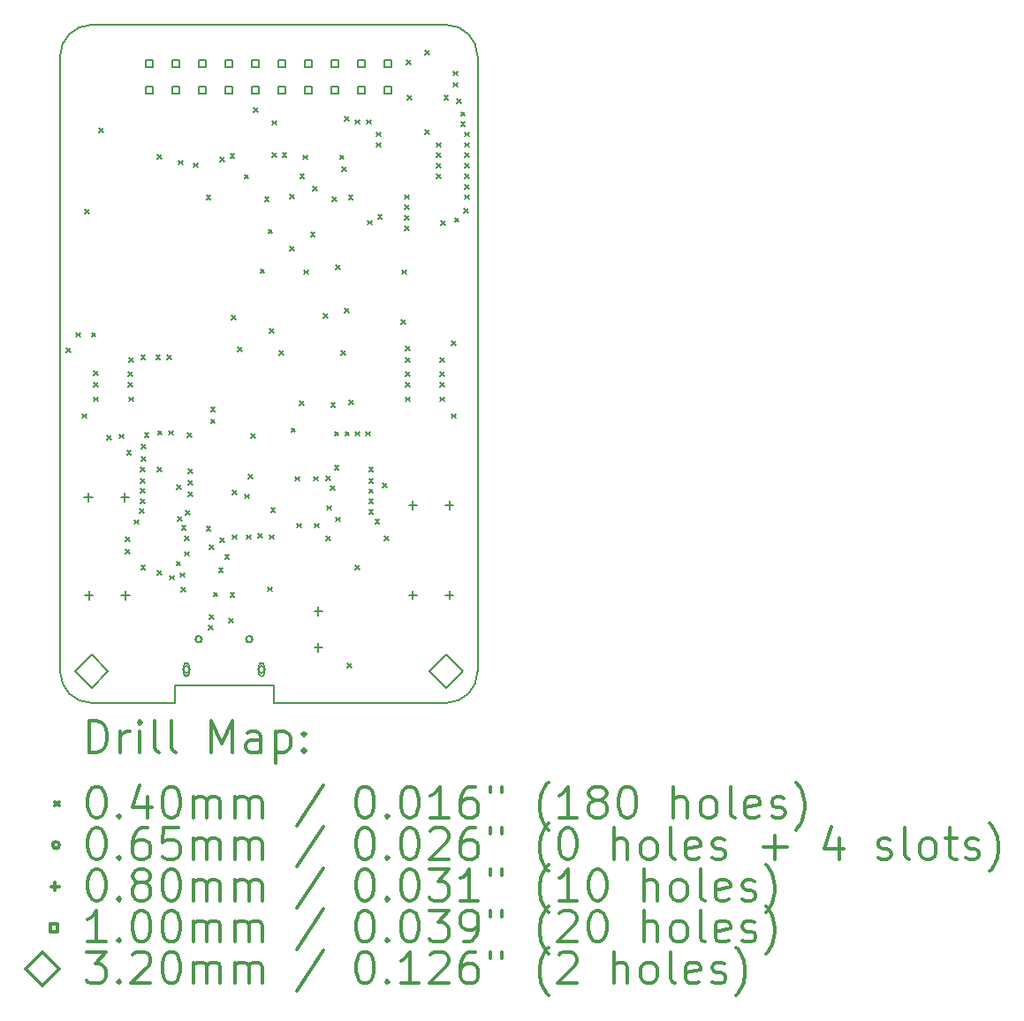
<source format=gbr>
%FSLAX45Y45*%
G04 Gerber Fmt 4.5, Leading zero omitted, Abs format (unit mm)*
G04 Created by KiCad (PCBNEW (5.1.4-dirty)) date 2020-05-21 00:04:10*
%MOMM*%
%LPD*%
G04 APERTURE LIST*
%ADD10C,0.150000*%
%ADD11C,0.200000*%
%ADD12C,0.300000*%
G04 APERTURE END LIST*
D10*
X2050000Y-6500000D02*
X3700000Y-6500000D01*
X2050000Y-6330000D02*
X2050000Y-6500000D01*
X1100000Y-6330000D02*
X2050000Y-6330000D01*
X1100000Y-6500000D02*
X1100000Y-6330000D01*
X300000Y-6500000D02*
G75*
G02X0Y-6200000I0J300000D01*
G01*
X4000000Y-6200000D02*
G75*
G02X3700000Y-6500000I-300000J0D01*
G01*
X3700000Y0D02*
G75*
G02X4000000Y-300000I0J-300000D01*
G01*
X0Y-300000D02*
G75*
G02X300000Y0I300000J0D01*
G01*
X0Y-6200000D02*
X0Y-300000D01*
X1100000Y-6500000D02*
X300000Y-6500000D01*
X4000000Y-300000D02*
X4000000Y-6200000D01*
X300000Y0D02*
X3700000Y0D01*
D11*
X60000Y-3100000D02*
X100000Y-3140000D01*
X100000Y-3100000D02*
X60000Y-3140000D01*
X150000Y-2950000D02*
X190000Y-2990000D01*
X190000Y-2950000D02*
X150000Y-2990000D01*
X210000Y-3730000D02*
X250000Y-3770000D01*
X250000Y-3730000D02*
X210000Y-3770000D01*
X240000Y-1770000D02*
X280000Y-1810000D01*
X280000Y-1770000D02*
X240000Y-1810000D01*
X300000Y-2950000D02*
X340000Y-2990000D01*
X340000Y-2950000D02*
X300000Y-2990000D01*
X320000Y-3320000D02*
X360000Y-3360000D01*
X360000Y-3320000D02*
X320000Y-3360000D01*
X320000Y-3430000D02*
X360000Y-3470000D01*
X360000Y-3430000D02*
X320000Y-3470000D01*
X320000Y-3570000D02*
X360000Y-3610000D01*
X360000Y-3570000D02*
X320000Y-3610000D01*
X375000Y-990000D02*
X415000Y-1030000D01*
X415000Y-990000D02*
X375000Y-1030000D01*
X450000Y-3940000D02*
X490000Y-3980000D01*
X490000Y-3940000D02*
X450000Y-3980000D01*
X565000Y-3925000D02*
X605000Y-3965000D01*
X605000Y-3925000D02*
X565000Y-3965000D01*
X630000Y-4910000D02*
X670000Y-4950000D01*
X670000Y-4910000D02*
X630000Y-4950000D01*
X630000Y-5030000D02*
X670000Y-5070000D01*
X670000Y-5030000D02*
X630000Y-5070000D01*
X640000Y-4080000D02*
X680000Y-4120000D01*
X680000Y-4080000D02*
X640000Y-4120000D01*
X650000Y-3330000D02*
X690000Y-3370000D01*
X690000Y-3330000D02*
X650000Y-3370000D01*
X650000Y-3430000D02*
X690000Y-3470000D01*
X690000Y-3430000D02*
X650000Y-3470000D01*
X660000Y-3190000D02*
X700000Y-3230000D01*
X700000Y-3190000D02*
X660000Y-3230000D01*
X660000Y-3570000D02*
X700000Y-3610000D01*
X700000Y-3570000D02*
X660000Y-3610000D01*
X710000Y-4745000D02*
X750000Y-4785000D01*
X750000Y-4745000D02*
X710000Y-4785000D01*
X765000Y-4640000D02*
X805000Y-4680000D01*
X805000Y-4640000D02*
X765000Y-4680000D01*
X770000Y-4240000D02*
X810000Y-4280000D01*
X810000Y-4240000D02*
X770000Y-4280000D01*
X770000Y-4350000D02*
X810000Y-4390000D01*
X810000Y-4350000D02*
X770000Y-4390000D01*
X770000Y-4445000D02*
X810000Y-4485000D01*
X810000Y-4445000D02*
X770000Y-4485000D01*
X770000Y-4545000D02*
X810000Y-4585000D01*
X810000Y-4545000D02*
X770000Y-4585000D01*
X775000Y-3165000D02*
X815000Y-3205000D01*
X815000Y-3165000D02*
X775000Y-3205000D01*
X775000Y-5185000D02*
X815000Y-5225000D01*
X815000Y-5185000D02*
X775000Y-5225000D01*
X780000Y-4020000D02*
X820000Y-4060000D01*
X820000Y-4020000D02*
X780000Y-4060000D01*
X780000Y-4142500D02*
X820000Y-4182500D01*
X820000Y-4142500D02*
X780000Y-4182500D01*
X810000Y-3910000D02*
X850000Y-3950000D01*
X850000Y-3910000D02*
X810000Y-3950000D01*
X920000Y-3165000D02*
X960000Y-3205000D01*
X960000Y-3165000D02*
X920000Y-3205000D01*
X930000Y-1245000D02*
X970000Y-1285000D01*
X970000Y-1245000D02*
X930000Y-1285000D01*
X930000Y-4240000D02*
X970000Y-4280000D01*
X970000Y-4240000D02*
X930000Y-4280000D01*
X930000Y-5235000D02*
X970000Y-5275000D01*
X970000Y-5235000D02*
X930000Y-5275000D01*
X935000Y-3890000D02*
X975000Y-3930000D01*
X975000Y-3890000D02*
X935000Y-3930000D01*
X1026782Y-3169314D02*
X1066782Y-3209314D01*
X1066782Y-3169314D02*
X1026782Y-3209314D01*
X1040000Y-3890000D02*
X1080000Y-3930000D01*
X1080000Y-3890000D02*
X1040000Y-3930000D01*
X1050000Y-5280000D02*
X1090000Y-5320000D01*
X1090000Y-5280000D02*
X1050000Y-5320000D01*
X1115000Y-5145000D02*
X1155000Y-5185000D01*
X1155000Y-5145000D02*
X1115000Y-5185000D01*
X1120000Y-4410000D02*
X1160000Y-4450000D01*
X1160000Y-4410000D02*
X1120000Y-4450000D01*
X1125000Y-4715000D02*
X1165000Y-4755000D01*
X1165000Y-4715000D02*
X1125000Y-4755000D01*
X1132501Y-1300154D02*
X1172501Y-1340154D01*
X1172501Y-1300154D02*
X1132501Y-1340154D01*
X1155000Y-5255000D02*
X1195000Y-5295000D01*
X1195000Y-5255000D02*
X1155000Y-5295000D01*
X1158766Y-5393766D02*
X1198766Y-5433766D01*
X1198766Y-5393766D02*
X1158766Y-5433766D01*
X1165000Y-4800000D02*
X1205000Y-4840000D01*
X1205000Y-4800000D02*
X1165000Y-4840000D01*
X1195000Y-4905000D02*
X1235000Y-4945000D01*
X1235000Y-4905000D02*
X1195000Y-4945000D01*
X1195000Y-5050000D02*
X1235000Y-5090000D01*
X1235000Y-5050000D02*
X1195000Y-5090000D01*
X1205000Y-4660000D02*
X1245000Y-4700000D01*
X1245000Y-4660000D02*
X1205000Y-4700000D01*
X1217613Y-3910001D02*
X1257613Y-3950001D01*
X1257613Y-3910001D02*
X1217613Y-3950001D01*
X1230000Y-4260000D02*
X1270000Y-4300000D01*
X1270000Y-4260000D02*
X1230000Y-4300000D01*
X1230000Y-4370000D02*
X1270000Y-4410000D01*
X1270000Y-4370000D02*
X1230000Y-4410000D01*
X1230000Y-4480000D02*
X1270000Y-4520000D01*
X1270000Y-4480000D02*
X1230000Y-4520000D01*
X1277502Y-1325000D02*
X1317502Y-1365000D01*
X1317502Y-1325000D02*
X1277502Y-1365000D01*
X1402501Y-1635000D02*
X1442501Y-1675000D01*
X1442501Y-1635000D02*
X1402501Y-1675000D01*
X1402501Y-4809644D02*
X1442501Y-4849644D01*
X1442501Y-4809644D02*
X1402501Y-4849644D01*
X1419999Y-5755011D02*
X1459999Y-5795011D01*
X1459999Y-5755011D02*
X1419999Y-5795011D01*
X1430000Y-4990000D02*
X1470000Y-5030000D01*
X1470000Y-4990000D02*
X1430000Y-5030000D01*
X1434044Y-5655991D02*
X1474044Y-5695991D01*
X1474044Y-5655991D02*
X1434044Y-5695991D01*
X1445000Y-3665000D02*
X1485000Y-3705000D01*
X1485000Y-3665000D02*
X1445000Y-3705000D01*
X1445000Y-3780000D02*
X1485000Y-3820000D01*
X1485000Y-3780000D02*
X1445000Y-3820000D01*
X1468763Y-5440000D02*
X1508763Y-5480000D01*
X1508763Y-5440000D02*
X1468763Y-5480000D01*
X1520000Y-5205000D02*
X1560000Y-5245000D01*
X1560000Y-5205000D02*
X1520000Y-5245000D01*
X1530000Y-1270000D02*
X1570000Y-1310000D01*
X1570000Y-1270000D02*
X1530000Y-1310000D01*
X1530000Y-4920000D02*
X1570000Y-4960000D01*
X1570000Y-4920000D02*
X1530000Y-4960000D01*
X1580000Y-5080000D02*
X1620000Y-5120000D01*
X1620000Y-5080000D02*
X1580000Y-5120000D01*
X1620000Y-5690000D02*
X1660000Y-5730000D01*
X1660000Y-5690000D02*
X1620000Y-5730000D01*
X1630000Y-1235000D02*
X1670000Y-1275000D01*
X1670000Y-1235000D02*
X1630000Y-1275000D01*
X1630003Y-5445000D02*
X1670003Y-5485000D01*
X1670003Y-5445000D02*
X1630003Y-5485000D01*
X1645000Y-2785000D02*
X1685000Y-2825000D01*
X1685000Y-2785000D02*
X1645000Y-2825000D01*
X1650000Y-4460000D02*
X1690000Y-4500000D01*
X1690000Y-4460000D02*
X1650000Y-4500000D01*
X1650000Y-4890000D02*
X1690000Y-4930000D01*
X1690000Y-4890000D02*
X1650000Y-4930000D01*
X1705000Y-3090000D02*
X1745000Y-3130000D01*
X1745000Y-3090000D02*
X1705000Y-3130000D01*
X1765000Y-1435000D02*
X1805000Y-1475000D01*
X1805000Y-1435000D02*
X1765000Y-1475000D01*
X1770000Y-4500000D02*
X1810000Y-4540000D01*
X1810000Y-4500000D02*
X1770000Y-4540000D01*
X1785000Y-4890000D02*
X1825000Y-4930000D01*
X1825000Y-4890000D02*
X1785000Y-4930000D01*
X1805000Y-4307501D02*
X1845000Y-4347501D01*
X1845000Y-4307501D02*
X1805000Y-4347501D01*
X1830212Y-3920212D02*
X1870212Y-3960212D01*
X1870212Y-3920212D02*
X1830212Y-3960212D01*
X1855000Y-795000D02*
X1895000Y-835000D01*
X1895000Y-795000D02*
X1855000Y-835000D01*
X1900000Y-4875000D02*
X1940000Y-4915000D01*
X1940000Y-4875000D02*
X1900000Y-4915000D01*
X1919413Y-2340587D02*
X1959413Y-2380587D01*
X1959413Y-2340587D02*
X1919413Y-2380587D01*
X1960000Y-1650000D02*
X2000000Y-1690000D01*
X2000000Y-1650000D02*
X1960000Y-1690000D01*
X1990000Y-5390000D02*
X2030000Y-5430000D01*
X2030000Y-5390000D02*
X1990000Y-5430000D01*
X1995000Y-1960000D02*
X2035000Y-2000000D01*
X2035000Y-1960000D02*
X1995000Y-2000000D01*
X2010000Y-2910000D02*
X2050000Y-2950000D01*
X2050000Y-2910000D02*
X2010000Y-2950000D01*
X2010000Y-4890000D02*
X2050000Y-4930000D01*
X2050000Y-4890000D02*
X2010000Y-4930000D01*
X2020000Y-4630000D02*
X2060000Y-4670000D01*
X2060000Y-4630000D02*
X2020000Y-4670000D01*
X2030000Y-920000D02*
X2070000Y-960000D01*
X2070000Y-920000D02*
X2030000Y-960000D01*
X2030000Y-1230000D02*
X2070000Y-1270000D01*
X2070000Y-1230000D02*
X2030000Y-1270000D01*
X2099109Y-3122499D02*
X2139109Y-3162499D01*
X2139109Y-3122499D02*
X2099109Y-3162499D01*
X2130000Y-1230000D02*
X2170000Y-1270000D01*
X2170000Y-1230000D02*
X2130000Y-1270000D01*
X2200000Y-2125000D02*
X2240000Y-2165000D01*
X2240000Y-2125000D02*
X2200000Y-2165000D01*
X2204750Y-1625250D02*
X2244750Y-1665250D01*
X2244750Y-1625250D02*
X2204750Y-1665250D01*
X2215000Y-3865000D02*
X2255000Y-3905000D01*
X2255000Y-3865000D02*
X2215000Y-3905000D01*
X2250000Y-4330000D02*
X2290000Y-4370000D01*
X2290000Y-4330000D02*
X2250000Y-4370000D01*
X2270000Y-4780000D02*
X2310000Y-4820000D01*
X2310000Y-4780000D02*
X2270000Y-4820000D01*
X2295000Y-3605000D02*
X2335000Y-3645000D01*
X2335000Y-3605000D02*
X2295000Y-3645000D01*
X2300000Y-1430000D02*
X2340000Y-1470000D01*
X2340000Y-1430000D02*
X2300000Y-1470000D01*
X2330000Y-1250000D02*
X2370000Y-1290000D01*
X2370000Y-1250000D02*
X2330000Y-1290000D01*
X2337499Y-2350000D02*
X2377499Y-2390000D01*
X2377499Y-2350000D02*
X2337499Y-2390000D01*
X2400000Y-1990000D02*
X2440000Y-2030000D01*
X2440000Y-1990000D02*
X2400000Y-2030000D01*
X2420000Y-1550000D02*
X2460000Y-1590000D01*
X2460000Y-1550000D02*
X2420000Y-1590000D01*
X2430000Y-4330000D02*
X2470000Y-4370000D01*
X2470000Y-4330000D02*
X2430000Y-4370000D01*
X2440000Y-4780000D02*
X2480000Y-4820000D01*
X2480000Y-4780000D02*
X2440000Y-4820000D01*
X2522501Y-2770000D02*
X2562501Y-2810000D01*
X2562501Y-2770000D02*
X2522501Y-2810000D01*
X2550000Y-4325000D02*
X2590000Y-4365000D01*
X2590000Y-4325000D02*
X2550000Y-4365000D01*
X2550000Y-4900000D02*
X2590000Y-4940000D01*
X2590000Y-4900000D02*
X2550000Y-4940000D01*
X2555000Y-4610000D02*
X2595000Y-4650000D01*
X2595000Y-4610000D02*
X2555000Y-4650000D01*
X2590000Y-4420000D02*
X2630000Y-4460000D01*
X2630000Y-4420000D02*
X2590000Y-4460000D01*
X2595000Y-3625000D02*
X2635000Y-3665000D01*
X2635000Y-3625000D02*
X2595000Y-3665000D01*
X2610000Y-1650000D02*
X2650000Y-1690000D01*
X2650000Y-1650000D02*
X2610000Y-1690000D01*
X2630000Y-3900000D02*
X2670000Y-3940000D01*
X2670000Y-3900000D02*
X2630000Y-3940000D01*
X2630000Y-4225000D02*
X2670000Y-4265000D01*
X2670000Y-4225000D02*
X2630000Y-4265000D01*
X2640000Y-4720000D02*
X2680000Y-4760000D01*
X2680000Y-4720000D02*
X2640000Y-4760000D01*
X2645000Y-2305000D02*
X2685000Y-2345000D01*
X2685000Y-2305000D02*
X2645000Y-2345000D01*
X2680000Y-1250000D02*
X2720000Y-1290000D01*
X2720000Y-1250000D02*
X2680000Y-1290000D01*
X2695000Y-3125000D02*
X2735000Y-3165000D01*
X2735000Y-3125000D02*
X2695000Y-3165000D01*
X2702500Y-1362646D02*
X2742500Y-1402645D01*
X2742500Y-1362646D02*
X2702500Y-1402645D01*
X2725000Y-882501D02*
X2765000Y-922501D01*
X2765000Y-882501D02*
X2725000Y-922501D01*
X2725000Y-2720000D02*
X2765000Y-2760000D01*
X2765000Y-2720000D02*
X2725000Y-2760000D01*
X2730000Y-3900000D02*
X2770000Y-3940000D01*
X2770000Y-3900000D02*
X2730000Y-3940000D01*
X2750000Y-6120000D02*
X2790000Y-6160000D01*
X2790000Y-6120000D02*
X2750000Y-6160000D01*
X2765967Y-1637502D02*
X2805966Y-1677502D01*
X2805966Y-1637502D02*
X2765967Y-1677502D01*
X2770000Y-3600000D02*
X2810000Y-3640000D01*
X2810000Y-3600000D02*
X2770000Y-3640000D01*
X2830000Y-910000D02*
X2870000Y-950000D01*
X2870000Y-910000D02*
X2830000Y-950000D01*
X2830000Y-3900000D02*
X2870000Y-3940000D01*
X2870000Y-3900000D02*
X2830000Y-3940000D01*
X2830000Y-5180000D02*
X2870000Y-5220000D01*
X2870000Y-5180000D02*
X2830000Y-5220000D01*
X2930000Y-3900000D02*
X2970000Y-3940000D01*
X2970000Y-3900000D02*
X2930000Y-3940000D01*
X2940000Y-910000D02*
X2980000Y-950000D01*
X2980000Y-910000D02*
X2940000Y-950000D01*
X2950000Y-1875000D02*
X2990000Y-1915000D01*
X2990000Y-1875000D02*
X2950000Y-1915000D01*
X2960000Y-4240000D02*
X3000000Y-4280000D01*
X3000000Y-4240000D02*
X2960000Y-4280000D01*
X2960000Y-4350000D02*
X3000000Y-4390000D01*
X3000000Y-4350000D02*
X2960000Y-4390000D01*
X2960000Y-4450000D02*
X3000000Y-4490000D01*
X3000000Y-4450000D02*
X2960000Y-4490000D01*
X2960000Y-4550000D02*
X3000000Y-4590000D01*
X3000000Y-4550000D02*
X2960000Y-4590000D01*
X2960000Y-4650000D02*
X3000000Y-4690000D01*
X3000000Y-4650000D02*
X2960000Y-4690000D01*
X3020000Y-4740000D02*
X3060000Y-4780000D01*
X3060000Y-4740000D02*
X3020000Y-4780000D01*
X3030000Y-1030000D02*
X3070000Y-1070000D01*
X3070000Y-1030000D02*
X3030000Y-1070000D01*
X3030000Y-1130000D02*
X3070000Y-1170000D01*
X3070000Y-1130000D02*
X3030000Y-1170000D01*
X3045000Y-1820000D02*
X3085000Y-1860000D01*
X3085000Y-1820000D02*
X3045000Y-1860000D01*
X3092500Y-4393500D02*
X3132500Y-4433500D01*
X3132500Y-4393500D02*
X3092500Y-4433500D01*
X3110000Y-4900000D02*
X3150000Y-4940000D01*
X3150000Y-4900000D02*
X3110000Y-4940000D01*
X3270000Y-2830000D02*
X3310000Y-2870000D01*
X3310000Y-2830000D02*
X3270000Y-2870000D01*
X3280000Y-2350000D02*
X3320000Y-2390000D01*
X3320000Y-2350000D02*
X3280000Y-2390000D01*
X3305000Y-1630000D02*
X3345000Y-1670000D01*
X3345000Y-1630000D02*
X3305000Y-1670000D01*
X3305000Y-1730000D02*
X3345000Y-1770000D01*
X3345000Y-1730000D02*
X3305000Y-1770000D01*
X3305000Y-1830000D02*
X3345000Y-1870000D01*
X3345000Y-1830000D02*
X3305000Y-1870000D01*
X3305000Y-1930000D02*
X3345000Y-1970000D01*
X3345000Y-1930000D02*
X3305000Y-1970000D01*
X3310000Y-3080000D02*
X3350000Y-3120000D01*
X3350000Y-3080000D02*
X3310000Y-3120000D01*
X3310000Y-3190000D02*
X3350000Y-3230000D01*
X3350000Y-3190000D02*
X3310000Y-3230000D01*
X3310000Y-3330000D02*
X3350000Y-3370000D01*
X3350000Y-3330000D02*
X3310000Y-3370000D01*
X3310000Y-3430000D02*
X3350000Y-3470000D01*
X3350000Y-3430000D02*
X3310000Y-3470000D01*
X3310000Y-3570000D02*
X3350000Y-3610000D01*
X3350000Y-3570000D02*
X3310000Y-3610000D01*
X3320000Y-340000D02*
X3360000Y-380000D01*
X3360000Y-340000D02*
X3320000Y-380000D01*
X3330000Y-680000D02*
X3370000Y-720000D01*
X3370000Y-680000D02*
X3330000Y-720000D01*
X3500000Y-245000D02*
X3540000Y-285000D01*
X3540000Y-245000D02*
X3500000Y-285000D01*
X3500000Y-1010000D02*
X3540000Y-1050000D01*
X3540000Y-1010000D02*
X3500000Y-1050000D01*
X3610000Y-1130000D02*
X3650000Y-1170000D01*
X3650000Y-1130000D02*
X3610000Y-1170000D01*
X3610000Y-1230000D02*
X3650000Y-1270000D01*
X3650000Y-1230000D02*
X3610000Y-1270000D01*
X3610000Y-1330000D02*
X3650000Y-1370000D01*
X3650000Y-1330000D02*
X3610000Y-1370000D01*
X3610000Y-1430000D02*
X3650000Y-1470000D01*
X3650000Y-1430000D02*
X3610000Y-1470000D01*
X3640000Y-3190000D02*
X3680000Y-3230000D01*
X3680000Y-3190000D02*
X3640000Y-3230000D01*
X3640000Y-3330000D02*
X3680000Y-3370000D01*
X3680000Y-3330000D02*
X3640000Y-3370000D01*
X3640000Y-3430000D02*
X3680000Y-3470000D01*
X3680000Y-3430000D02*
X3640000Y-3470000D01*
X3640000Y-3570000D02*
X3680000Y-3610000D01*
X3680000Y-3570000D02*
X3640000Y-3610000D01*
X3650000Y-1880000D02*
X3690000Y-1920000D01*
X3690000Y-1880000D02*
X3650000Y-1920000D01*
X3680000Y-680000D02*
X3720000Y-720000D01*
X3720000Y-680000D02*
X3680000Y-720000D01*
X3750000Y-3030000D02*
X3790000Y-3070000D01*
X3790000Y-3030000D02*
X3750000Y-3070000D01*
X3750000Y-3730000D02*
X3790000Y-3770000D01*
X3790000Y-3730000D02*
X3750000Y-3770000D01*
X3770000Y-445000D02*
X3810000Y-485000D01*
X3810000Y-445000D02*
X3770000Y-485000D01*
X3770000Y-555000D02*
X3810000Y-595000D01*
X3810000Y-555000D02*
X3770000Y-595000D01*
X3780000Y-1850000D02*
X3820000Y-1890000D01*
X3820000Y-1850000D02*
X3780000Y-1890000D01*
X3800000Y-710000D02*
X3840000Y-750000D01*
X3840000Y-710000D02*
X3800000Y-750000D01*
X3840000Y-835000D02*
X3880000Y-875000D01*
X3880000Y-835000D02*
X3840000Y-875000D01*
X3840000Y-930000D02*
X3880000Y-970000D01*
X3880000Y-930000D02*
X3840000Y-970000D01*
X3870000Y-1760000D02*
X3910000Y-1800000D01*
X3910000Y-1760000D02*
X3870000Y-1800000D01*
X3880000Y-1030000D02*
X3920000Y-1070000D01*
X3920000Y-1030000D02*
X3880000Y-1070000D01*
X3880000Y-1130000D02*
X3920000Y-1170000D01*
X3920000Y-1130000D02*
X3880000Y-1170000D01*
X3880000Y-1230000D02*
X3920000Y-1270000D01*
X3920000Y-1230000D02*
X3880000Y-1270000D01*
X3880000Y-1330000D02*
X3920000Y-1370000D01*
X3920000Y-1330000D02*
X3880000Y-1370000D01*
X3880000Y-1430000D02*
X3920000Y-1470000D01*
X3920000Y-1430000D02*
X3880000Y-1470000D01*
X3880000Y-1530000D02*
X3920000Y-1570000D01*
X3920000Y-1530000D02*
X3880000Y-1570000D01*
X3880000Y-1630000D02*
X3920000Y-1670000D01*
X3920000Y-1630000D02*
X3880000Y-1670000D01*
X1242500Y-6180000D02*
G75*
G03X1242500Y-6180000I-32500J0D01*
G01*
X1187500Y-6137500D02*
X1187500Y-6222500D01*
X1232500Y-6137500D02*
X1232500Y-6222500D01*
X1187500Y-6222500D02*
G75*
G03X1232500Y-6222500I22500J0D01*
G01*
X1232500Y-6137500D02*
G75*
G03X1187500Y-6137500I-22500J0D01*
G01*
X1360000Y-5890000D02*
G75*
G03X1360000Y-5890000I-32500J0D01*
G01*
X1305000Y-5880000D02*
X1305000Y-5900000D01*
X1350000Y-5880000D02*
X1350000Y-5900000D01*
X1305000Y-5900000D02*
G75*
G03X1350000Y-5900000I22500J0D01*
G01*
X1350000Y-5880000D02*
G75*
G03X1305000Y-5880000I-22500J0D01*
G01*
X1845000Y-5890000D02*
G75*
G03X1845000Y-5890000I-32500J0D01*
G01*
X1790000Y-5880000D02*
X1790000Y-5900000D01*
X1835000Y-5880000D02*
X1835000Y-5900000D01*
X1790000Y-5900000D02*
G75*
G03X1835000Y-5900000I22500J0D01*
G01*
X1835000Y-5880000D02*
G75*
G03X1790000Y-5880000I-22500J0D01*
G01*
X1962500Y-6180000D02*
G75*
G03X1962500Y-6180000I-32500J0D01*
G01*
X1907500Y-6137500D02*
X1907500Y-6222500D01*
X1952500Y-6137500D02*
X1952500Y-6222500D01*
X1907500Y-6222500D02*
G75*
G03X1952500Y-6222500I22500J0D01*
G01*
X1952500Y-6137500D02*
G75*
G03X1907500Y-6137500I-22500J0D01*
G01*
X625000Y-5430000D02*
X625000Y-5510000D01*
X585000Y-5470000D02*
X665000Y-5470000D01*
X270000Y-4490000D02*
X270000Y-4570000D01*
X230000Y-4530000D02*
X310000Y-4530000D01*
X620000Y-4490000D02*
X620000Y-4570000D01*
X580000Y-4530000D02*
X660000Y-4530000D01*
X3380000Y-4565000D02*
X3380000Y-4645000D01*
X3340000Y-4605000D02*
X3420000Y-4605000D01*
X3730000Y-4565000D02*
X3730000Y-4645000D01*
X3690000Y-4605000D02*
X3770000Y-4605000D01*
X3380000Y-5425000D02*
X3380000Y-5505000D01*
X3340000Y-5465000D02*
X3420000Y-5465000D01*
X3730000Y-5425000D02*
X3730000Y-5505000D01*
X3690000Y-5465000D02*
X3770000Y-5465000D01*
X2475000Y-5580000D02*
X2475000Y-5660000D01*
X2435000Y-5620000D02*
X2515000Y-5620000D01*
X2475000Y-5930000D02*
X2475000Y-6010000D01*
X2435000Y-5970000D02*
X2515000Y-5970000D01*
X275000Y-5430000D02*
X275000Y-5510000D01*
X235000Y-5470000D02*
X315000Y-5470000D01*
X892356Y-408356D02*
X892356Y-337644D01*
X821644Y-337644D01*
X821644Y-408356D01*
X892356Y-408356D01*
X892356Y-662356D02*
X892356Y-591644D01*
X821644Y-591644D01*
X821644Y-662356D01*
X892356Y-662356D01*
X1146356Y-408356D02*
X1146356Y-337644D01*
X1075644Y-337644D01*
X1075644Y-408356D01*
X1146356Y-408356D01*
X1146356Y-662356D02*
X1146356Y-591644D01*
X1075644Y-591644D01*
X1075644Y-662356D01*
X1146356Y-662356D01*
X1400356Y-408356D02*
X1400356Y-337644D01*
X1329644Y-337644D01*
X1329644Y-408356D01*
X1400356Y-408356D01*
X1400356Y-662356D02*
X1400356Y-591644D01*
X1329644Y-591644D01*
X1329644Y-662356D01*
X1400356Y-662356D01*
X1654356Y-408356D02*
X1654356Y-337644D01*
X1583644Y-337644D01*
X1583644Y-408356D01*
X1654356Y-408356D01*
X1654356Y-662356D02*
X1654356Y-591644D01*
X1583644Y-591644D01*
X1583644Y-662356D01*
X1654356Y-662356D01*
X1908356Y-408356D02*
X1908356Y-337644D01*
X1837644Y-337644D01*
X1837644Y-408356D01*
X1908356Y-408356D01*
X1908356Y-662356D02*
X1908356Y-591644D01*
X1837644Y-591644D01*
X1837644Y-662356D01*
X1908356Y-662356D01*
X2162356Y-408356D02*
X2162356Y-337644D01*
X2091644Y-337644D01*
X2091644Y-408356D01*
X2162356Y-408356D01*
X2162356Y-662356D02*
X2162356Y-591644D01*
X2091644Y-591644D01*
X2091644Y-662356D01*
X2162356Y-662356D01*
X2416356Y-408356D02*
X2416356Y-337644D01*
X2345644Y-337644D01*
X2345644Y-408356D01*
X2416356Y-408356D01*
X2416356Y-662356D02*
X2416356Y-591644D01*
X2345644Y-591644D01*
X2345644Y-662356D01*
X2416356Y-662356D01*
X2670356Y-408356D02*
X2670356Y-337644D01*
X2599644Y-337644D01*
X2599644Y-408356D01*
X2670356Y-408356D01*
X2670356Y-662356D02*
X2670356Y-591644D01*
X2599644Y-591644D01*
X2599644Y-662356D01*
X2670356Y-662356D01*
X2924356Y-408356D02*
X2924356Y-337644D01*
X2853644Y-337644D01*
X2853644Y-408356D01*
X2924356Y-408356D01*
X2924356Y-662356D02*
X2924356Y-591644D01*
X2853644Y-591644D01*
X2853644Y-662356D01*
X2924356Y-662356D01*
X3178356Y-408356D02*
X3178356Y-337644D01*
X3107644Y-337644D01*
X3107644Y-408356D01*
X3178356Y-408356D01*
X3178356Y-662356D02*
X3178356Y-591644D01*
X3107644Y-591644D01*
X3107644Y-662356D01*
X3178356Y-662356D01*
X300000Y-6360000D02*
X460000Y-6200000D01*
X300000Y-6040000D01*
X140000Y-6200000D01*
X300000Y-6360000D01*
X3700000Y-6360000D02*
X3860000Y-6200000D01*
X3700000Y-6040000D01*
X3540000Y-6200000D01*
X3700000Y-6360000D01*
D12*
X278928Y-6973214D02*
X278928Y-6673214D01*
X350357Y-6673214D01*
X393214Y-6687500D01*
X421786Y-6716071D01*
X436071Y-6744643D01*
X450357Y-6801786D01*
X450357Y-6844643D01*
X436071Y-6901786D01*
X421786Y-6930357D01*
X393214Y-6958929D01*
X350357Y-6973214D01*
X278928Y-6973214D01*
X578928Y-6973214D02*
X578928Y-6773214D01*
X578928Y-6830357D02*
X593214Y-6801786D01*
X607500Y-6787500D01*
X636071Y-6773214D01*
X664643Y-6773214D01*
X764643Y-6973214D02*
X764643Y-6773214D01*
X764643Y-6673214D02*
X750357Y-6687500D01*
X764643Y-6701786D01*
X778928Y-6687500D01*
X764643Y-6673214D01*
X764643Y-6701786D01*
X950357Y-6973214D02*
X921786Y-6958929D01*
X907500Y-6930357D01*
X907500Y-6673214D01*
X1107500Y-6973214D02*
X1078928Y-6958929D01*
X1064643Y-6930357D01*
X1064643Y-6673214D01*
X1450357Y-6973214D02*
X1450357Y-6673214D01*
X1550357Y-6887500D01*
X1650357Y-6673214D01*
X1650357Y-6973214D01*
X1921786Y-6973214D02*
X1921786Y-6816071D01*
X1907500Y-6787500D01*
X1878928Y-6773214D01*
X1821786Y-6773214D01*
X1793214Y-6787500D01*
X1921786Y-6958929D02*
X1893214Y-6973214D01*
X1821786Y-6973214D01*
X1793214Y-6958929D01*
X1778928Y-6930357D01*
X1778928Y-6901786D01*
X1793214Y-6873214D01*
X1821786Y-6858929D01*
X1893214Y-6858929D01*
X1921786Y-6844643D01*
X2064643Y-6773214D02*
X2064643Y-7073214D01*
X2064643Y-6787500D02*
X2093214Y-6773214D01*
X2150357Y-6773214D01*
X2178928Y-6787500D01*
X2193214Y-6801786D01*
X2207500Y-6830357D01*
X2207500Y-6916071D01*
X2193214Y-6944643D01*
X2178928Y-6958929D01*
X2150357Y-6973214D01*
X2093214Y-6973214D01*
X2064643Y-6958929D01*
X2336071Y-6944643D02*
X2350357Y-6958929D01*
X2336071Y-6973214D01*
X2321786Y-6958929D01*
X2336071Y-6944643D01*
X2336071Y-6973214D01*
X2336071Y-6787500D02*
X2350357Y-6801786D01*
X2336071Y-6816071D01*
X2321786Y-6801786D01*
X2336071Y-6787500D01*
X2336071Y-6816071D01*
X-47500Y-7447500D02*
X-7500Y-7487500D01*
X-7500Y-7447500D02*
X-47500Y-7487500D01*
X336071Y-7303214D02*
X364643Y-7303214D01*
X393214Y-7317500D01*
X407500Y-7331786D01*
X421786Y-7360357D01*
X436071Y-7417500D01*
X436071Y-7488929D01*
X421786Y-7546071D01*
X407500Y-7574643D01*
X393214Y-7588929D01*
X364643Y-7603214D01*
X336071Y-7603214D01*
X307500Y-7588929D01*
X293214Y-7574643D01*
X278928Y-7546071D01*
X264643Y-7488929D01*
X264643Y-7417500D01*
X278928Y-7360357D01*
X293214Y-7331786D01*
X307500Y-7317500D01*
X336071Y-7303214D01*
X564643Y-7574643D02*
X578928Y-7588929D01*
X564643Y-7603214D01*
X550357Y-7588929D01*
X564643Y-7574643D01*
X564643Y-7603214D01*
X836071Y-7403214D02*
X836071Y-7603214D01*
X764643Y-7288929D02*
X693214Y-7503214D01*
X878928Y-7503214D01*
X1050357Y-7303214D02*
X1078928Y-7303214D01*
X1107500Y-7317500D01*
X1121786Y-7331786D01*
X1136071Y-7360357D01*
X1150357Y-7417500D01*
X1150357Y-7488929D01*
X1136071Y-7546071D01*
X1121786Y-7574643D01*
X1107500Y-7588929D01*
X1078928Y-7603214D01*
X1050357Y-7603214D01*
X1021786Y-7588929D01*
X1007500Y-7574643D01*
X993214Y-7546071D01*
X978928Y-7488929D01*
X978928Y-7417500D01*
X993214Y-7360357D01*
X1007500Y-7331786D01*
X1021786Y-7317500D01*
X1050357Y-7303214D01*
X1278928Y-7603214D02*
X1278928Y-7403214D01*
X1278928Y-7431786D02*
X1293214Y-7417500D01*
X1321786Y-7403214D01*
X1364643Y-7403214D01*
X1393214Y-7417500D01*
X1407500Y-7446071D01*
X1407500Y-7603214D01*
X1407500Y-7446071D02*
X1421786Y-7417500D01*
X1450357Y-7403214D01*
X1493214Y-7403214D01*
X1521786Y-7417500D01*
X1536071Y-7446071D01*
X1536071Y-7603214D01*
X1678928Y-7603214D02*
X1678928Y-7403214D01*
X1678928Y-7431786D02*
X1693214Y-7417500D01*
X1721786Y-7403214D01*
X1764643Y-7403214D01*
X1793214Y-7417500D01*
X1807500Y-7446071D01*
X1807500Y-7603214D01*
X1807500Y-7446071D02*
X1821786Y-7417500D01*
X1850357Y-7403214D01*
X1893214Y-7403214D01*
X1921786Y-7417500D01*
X1936071Y-7446071D01*
X1936071Y-7603214D01*
X2521786Y-7288929D02*
X2264643Y-7674643D01*
X2907500Y-7303214D02*
X2936071Y-7303214D01*
X2964643Y-7317500D01*
X2978928Y-7331786D01*
X2993214Y-7360357D01*
X3007500Y-7417500D01*
X3007500Y-7488929D01*
X2993214Y-7546071D01*
X2978928Y-7574643D01*
X2964643Y-7588929D01*
X2936071Y-7603214D01*
X2907500Y-7603214D01*
X2878928Y-7588929D01*
X2864643Y-7574643D01*
X2850357Y-7546071D01*
X2836071Y-7488929D01*
X2836071Y-7417500D01*
X2850357Y-7360357D01*
X2864643Y-7331786D01*
X2878928Y-7317500D01*
X2907500Y-7303214D01*
X3136071Y-7574643D02*
X3150357Y-7588929D01*
X3136071Y-7603214D01*
X3121786Y-7588929D01*
X3136071Y-7574643D01*
X3136071Y-7603214D01*
X3336071Y-7303214D02*
X3364643Y-7303214D01*
X3393214Y-7317500D01*
X3407500Y-7331786D01*
X3421786Y-7360357D01*
X3436071Y-7417500D01*
X3436071Y-7488929D01*
X3421786Y-7546071D01*
X3407500Y-7574643D01*
X3393214Y-7588929D01*
X3364643Y-7603214D01*
X3336071Y-7603214D01*
X3307500Y-7588929D01*
X3293214Y-7574643D01*
X3278928Y-7546071D01*
X3264643Y-7488929D01*
X3264643Y-7417500D01*
X3278928Y-7360357D01*
X3293214Y-7331786D01*
X3307500Y-7317500D01*
X3336071Y-7303214D01*
X3721786Y-7603214D02*
X3550357Y-7603214D01*
X3636071Y-7603214D02*
X3636071Y-7303214D01*
X3607500Y-7346071D01*
X3578928Y-7374643D01*
X3550357Y-7388929D01*
X3978928Y-7303214D02*
X3921786Y-7303214D01*
X3893214Y-7317500D01*
X3878928Y-7331786D01*
X3850357Y-7374643D01*
X3836071Y-7431786D01*
X3836071Y-7546071D01*
X3850357Y-7574643D01*
X3864643Y-7588929D01*
X3893214Y-7603214D01*
X3950357Y-7603214D01*
X3978928Y-7588929D01*
X3993214Y-7574643D01*
X4007500Y-7546071D01*
X4007500Y-7474643D01*
X3993214Y-7446071D01*
X3978928Y-7431786D01*
X3950357Y-7417500D01*
X3893214Y-7417500D01*
X3864643Y-7431786D01*
X3850357Y-7446071D01*
X3836071Y-7474643D01*
X4121786Y-7303214D02*
X4121786Y-7360357D01*
X4236071Y-7303214D02*
X4236071Y-7360357D01*
X4678928Y-7717500D02*
X4664643Y-7703214D01*
X4636071Y-7660357D01*
X4621786Y-7631786D01*
X4607500Y-7588929D01*
X4593214Y-7517500D01*
X4593214Y-7460357D01*
X4607500Y-7388929D01*
X4621786Y-7346071D01*
X4636071Y-7317500D01*
X4664643Y-7274643D01*
X4678928Y-7260357D01*
X4950357Y-7603214D02*
X4778928Y-7603214D01*
X4864643Y-7603214D02*
X4864643Y-7303214D01*
X4836071Y-7346071D01*
X4807500Y-7374643D01*
X4778928Y-7388929D01*
X5121786Y-7431786D02*
X5093214Y-7417500D01*
X5078928Y-7403214D01*
X5064643Y-7374643D01*
X5064643Y-7360357D01*
X5078928Y-7331786D01*
X5093214Y-7317500D01*
X5121786Y-7303214D01*
X5178928Y-7303214D01*
X5207500Y-7317500D01*
X5221786Y-7331786D01*
X5236071Y-7360357D01*
X5236071Y-7374643D01*
X5221786Y-7403214D01*
X5207500Y-7417500D01*
X5178928Y-7431786D01*
X5121786Y-7431786D01*
X5093214Y-7446071D01*
X5078928Y-7460357D01*
X5064643Y-7488929D01*
X5064643Y-7546071D01*
X5078928Y-7574643D01*
X5093214Y-7588929D01*
X5121786Y-7603214D01*
X5178928Y-7603214D01*
X5207500Y-7588929D01*
X5221786Y-7574643D01*
X5236071Y-7546071D01*
X5236071Y-7488929D01*
X5221786Y-7460357D01*
X5207500Y-7446071D01*
X5178928Y-7431786D01*
X5421786Y-7303214D02*
X5450357Y-7303214D01*
X5478928Y-7317500D01*
X5493214Y-7331786D01*
X5507500Y-7360357D01*
X5521786Y-7417500D01*
X5521786Y-7488929D01*
X5507500Y-7546071D01*
X5493214Y-7574643D01*
X5478928Y-7588929D01*
X5450357Y-7603214D01*
X5421786Y-7603214D01*
X5393214Y-7588929D01*
X5378928Y-7574643D01*
X5364643Y-7546071D01*
X5350357Y-7488929D01*
X5350357Y-7417500D01*
X5364643Y-7360357D01*
X5378928Y-7331786D01*
X5393214Y-7317500D01*
X5421786Y-7303214D01*
X5878928Y-7603214D02*
X5878928Y-7303214D01*
X6007500Y-7603214D02*
X6007500Y-7446071D01*
X5993214Y-7417500D01*
X5964643Y-7403214D01*
X5921786Y-7403214D01*
X5893214Y-7417500D01*
X5878928Y-7431786D01*
X6193214Y-7603214D02*
X6164643Y-7588929D01*
X6150357Y-7574643D01*
X6136071Y-7546071D01*
X6136071Y-7460357D01*
X6150357Y-7431786D01*
X6164643Y-7417500D01*
X6193214Y-7403214D01*
X6236071Y-7403214D01*
X6264643Y-7417500D01*
X6278928Y-7431786D01*
X6293214Y-7460357D01*
X6293214Y-7546071D01*
X6278928Y-7574643D01*
X6264643Y-7588929D01*
X6236071Y-7603214D01*
X6193214Y-7603214D01*
X6464643Y-7603214D02*
X6436071Y-7588929D01*
X6421786Y-7560357D01*
X6421786Y-7303214D01*
X6693214Y-7588929D02*
X6664643Y-7603214D01*
X6607500Y-7603214D01*
X6578928Y-7588929D01*
X6564643Y-7560357D01*
X6564643Y-7446071D01*
X6578928Y-7417500D01*
X6607500Y-7403214D01*
X6664643Y-7403214D01*
X6693214Y-7417500D01*
X6707500Y-7446071D01*
X6707500Y-7474643D01*
X6564643Y-7503214D01*
X6821786Y-7588929D02*
X6850357Y-7603214D01*
X6907500Y-7603214D01*
X6936071Y-7588929D01*
X6950357Y-7560357D01*
X6950357Y-7546071D01*
X6936071Y-7517500D01*
X6907500Y-7503214D01*
X6864643Y-7503214D01*
X6836071Y-7488929D01*
X6821786Y-7460357D01*
X6821786Y-7446071D01*
X6836071Y-7417500D01*
X6864643Y-7403214D01*
X6907500Y-7403214D01*
X6936071Y-7417500D01*
X7050357Y-7717500D02*
X7064643Y-7703214D01*
X7093214Y-7660357D01*
X7107500Y-7631786D01*
X7121786Y-7588929D01*
X7136071Y-7517500D01*
X7136071Y-7460357D01*
X7121786Y-7388929D01*
X7107500Y-7346071D01*
X7093214Y-7317500D01*
X7064643Y-7274643D01*
X7050357Y-7260357D01*
X-7500Y-7863500D02*
G75*
G03X-7500Y-7863500I-32500J0D01*
G01*
X336071Y-7699214D02*
X364643Y-7699214D01*
X393214Y-7713500D01*
X407500Y-7727786D01*
X421786Y-7756357D01*
X436071Y-7813500D01*
X436071Y-7884929D01*
X421786Y-7942071D01*
X407500Y-7970643D01*
X393214Y-7984929D01*
X364643Y-7999214D01*
X336071Y-7999214D01*
X307500Y-7984929D01*
X293214Y-7970643D01*
X278928Y-7942071D01*
X264643Y-7884929D01*
X264643Y-7813500D01*
X278928Y-7756357D01*
X293214Y-7727786D01*
X307500Y-7713500D01*
X336071Y-7699214D01*
X564643Y-7970643D02*
X578928Y-7984929D01*
X564643Y-7999214D01*
X550357Y-7984929D01*
X564643Y-7970643D01*
X564643Y-7999214D01*
X836071Y-7699214D02*
X778928Y-7699214D01*
X750357Y-7713500D01*
X736071Y-7727786D01*
X707500Y-7770643D01*
X693214Y-7827786D01*
X693214Y-7942071D01*
X707500Y-7970643D01*
X721786Y-7984929D01*
X750357Y-7999214D01*
X807500Y-7999214D01*
X836071Y-7984929D01*
X850357Y-7970643D01*
X864643Y-7942071D01*
X864643Y-7870643D01*
X850357Y-7842071D01*
X836071Y-7827786D01*
X807500Y-7813500D01*
X750357Y-7813500D01*
X721786Y-7827786D01*
X707500Y-7842071D01*
X693214Y-7870643D01*
X1136071Y-7699214D02*
X993214Y-7699214D01*
X978928Y-7842071D01*
X993214Y-7827786D01*
X1021786Y-7813500D01*
X1093214Y-7813500D01*
X1121786Y-7827786D01*
X1136071Y-7842071D01*
X1150357Y-7870643D01*
X1150357Y-7942071D01*
X1136071Y-7970643D01*
X1121786Y-7984929D01*
X1093214Y-7999214D01*
X1021786Y-7999214D01*
X993214Y-7984929D01*
X978928Y-7970643D01*
X1278928Y-7999214D02*
X1278928Y-7799214D01*
X1278928Y-7827786D02*
X1293214Y-7813500D01*
X1321786Y-7799214D01*
X1364643Y-7799214D01*
X1393214Y-7813500D01*
X1407500Y-7842071D01*
X1407500Y-7999214D01*
X1407500Y-7842071D02*
X1421786Y-7813500D01*
X1450357Y-7799214D01*
X1493214Y-7799214D01*
X1521786Y-7813500D01*
X1536071Y-7842071D01*
X1536071Y-7999214D01*
X1678928Y-7999214D02*
X1678928Y-7799214D01*
X1678928Y-7827786D02*
X1693214Y-7813500D01*
X1721786Y-7799214D01*
X1764643Y-7799214D01*
X1793214Y-7813500D01*
X1807500Y-7842071D01*
X1807500Y-7999214D01*
X1807500Y-7842071D02*
X1821786Y-7813500D01*
X1850357Y-7799214D01*
X1893214Y-7799214D01*
X1921786Y-7813500D01*
X1936071Y-7842071D01*
X1936071Y-7999214D01*
X2521786Y-7684929D02*
X2264643Y-8070643D01*
X2907500Y-7699214D02*
X2936071Y-7699214D01*
X2964643Y-7713500D01*
X2978928Y-7727786D01*
X2993214Y-7756357D01*
X3007500Y-7813500D01*
X3007500Y-7884929D01*
X2993214Y-7942071D01*
X2978928Y-7970643D01*
X2964643Y-7984929D01*
X2936071Y-7999214D01*
X2907500Y-7999214D01*
X2878928Y-7984929D01*
X2864643Y-7970643D01*
X2850357Y-7942071D01*
X2836071Y-7884929D01*
X2836071Y-7813500D01*
X2850357Y-7756357D01*
X2864643Y-7727786D01*
X2878928Y-7713500D01*
X2907500Y-7699214D01*
X3136071Y-7970643D02*
X3150357Y-7984929D01*
X3136071Y-7999214D01*
X3121786Y-7984929D01*
X3136071Y-7970643D01*
X3136071Y-7999214D01*
X3336071Y-7699214D02*
X3364643Y-7699214D01*
X3393214Y-7713500D01*
X3407500Y-7727786D01*
X3421786Y-7756357D01*
X3436071Y-7813500D01*
X3436071Y-7884929D01*
X3421786Y-7942071D01*
X3407500Y-7970643D01*
X3393214Y-7984929D01*
X3364643Y-7999214D01*
X3336071Y-7999214D01*
X3307500Y-7984929D01*
X3293214Y-7970643D01*
X3278928Y-7942071D01*
X3264643Y-7884929D01*
X3264643Y-7813500D01*
X3278928Y-7756357D01*
X3293214Y-7727786D01*
X3307500Y-7713500D01*
X3336071Y-7699214D01*
X3550357Y-7727786D02*
X3564643Y-7713500D01*
X3593214Y-7699214D01*
X3664643Y-7699214D01*
X3693214Y-7713500D01*
X3707500Y-7727786D01*
X3721786Y-7756357D01*
X3721786Y-7784929D01*
X3707500Y-7827786D01*
X3536071Y-7999214D01*
X3721786Y-7999214D01*
X3978928Y-7699214D02*
X3921786Y-7699214D01*
X3893214Y-7713500D01*
X3878928Y-7727786D01*
X3850357Y-7770643D01*
X3836071Y-7827786D01*
X3836071Y-7942071D01*
X3850357Y-7970643D01*
X3864643Y-7984929D01*
X3893214Y-7999214D01*
X3950357Y-7999214D01*
X3978928Y-7984929D01*
X3993214Y-7970643D01*
X4007500Y-7942071D01*
X4007500Y-7870643D01*
X3993214Y-7842071D01*
X3978928Y-7827786D01*
X3950357Y-7813500D01*
X3893214Y-7813500D01*
X3864643Y-7827786D01*
X3850357Y-7842071D01*
X3836071Y-7870643D01*
X4121786Y-7699214D02*
X4121786Y-7756357D01*
X4236071Y-7699214D02*
X4236071Y-7756357D01*
X4678928Y-8113500D02*
X4664643Y-8099214D01*
X4636071Y-8056357D01*
X4621786Y-8027786D01*
X4607500Y-7984929D01*
X4593214Y-7913500D01*
X4593214Y-7856357D01*
X4607500Y-7784929D01*
X4621786Y-7742071D01*
X4636071Y-7713500D01*
X4664643Y-7670643D01*
X4678928Y-7656357D01*
X4850357Y-7699214D02*
X4878928Y-7699214D01*
X4907500Y-7713500D01*
X4921786Y-7727786D01*
X4936071Y-7756357D01*
X4950357Y-7813500D01*
X4950357Y-7884929D01*
X4936071Y-7942071D01*
X4921786Y-7970643D01*
X4907500Y-7984929D01*
X4878928Y-7999214D01*
X4850357Y-7999214D01*
X4821786Y-7984929D01*
X4807500Y-7970643D01*
X4793214Y-7942071D01*
X4778928Y-7884929D01*
X4778928Y-7813500D01*
X4793214Y-7756357D01*
X4807500Y-7727786D01*
X4821786Y-7713500D01*
X4850357Y-7699214D01*
X5307500Y-7999214D02*
X5307500Y-7699214D01*
X5436071Y-7999214D02*
X5436071Y-7842071D01*
X5421786Y-7813500D01*
X5393214Y-7799214D01*
X5350357Y-7799214D01*
X5321786Y-7813500D01*
X5307500Y-7827786D01*
X5621786Y-7999214D02*
X5593214Y-7984929D01*
X5578928Y-7970643D01*
X5564643Y-7942071D01*
X5564643Y-7856357D01*
X5578928Y-7827786D01*
X5593214Y-7813500D01*
X5621786Y-7799214D01*
X5664643Y-7799214D01*
X5693214Y-7813500D01*
X5707500Y-7827786D01*
X5721786Y-7856357D01*
X5721786Y-7942071D01*
X5707500Y-7970643D01*
X5693214Y-7984929D01*
X5664643Y-7999214D01*
X5621786Y-7999214D01*
X5893214Y-7999214D02*
X5864643Y-7984929D01*
X5850357Y-7956357D01*
X5850357Y-7699214D01*
X6121786Y-7984929D02*
X6093214Y-7999214D01*
X6036071Y-7999214D01*
X6007500Y-7984929D01*
X5993214Y-7956357D01*
X5993214Y-7842071D01*
X6007500Y-7813500D01*
X6036071Y-7799214D01*
X6093214Y-7799214D01*
X6121786Y-7813500D01*
X6136071Y-7842071D01*
X6136071Y-7870643D01*
X5993214Y-7899214D01*
X6250357Y-7984929D02*
X6278928Y-7999214D01*
X6336071Y-7999214D01*
X6364643Y-7984929D01*
X6378928Y-7956357D01*
X6378928Y-7942071D01*
X6364643Y-7913500D01*
X6336071Y-7899214D01*
X6293214Y-7899214D01*
X6264643Y-7884929D01*
X6250357Y-7856357D01*
X6250357Y-7842071D01*
X6264643Y-7813500D01*
X6293214Y-7799214D01*
X6336071Y-7799214D01*
X6364643Y-7813500D01*
X6736071Y-7884929D02*
X6964643Y-7884929D01*
X6850357Y-7999214D02*
X6850357Y-7770643D01*
X7464643Y-7799214D02*
X7464643Y-7999214D01*
X7393214Y-7684929D02*
X7321786Y-7899214D01*
X7507500Y-7899214D01*
X7836071Y-7984929D02*
X7864643Y-7999214D01*
X7921786Y-7999214D01*
X7950357Y-7984929D01*
X7964643Y-7956357D01*
X7964643Y-7942071D01*
X7950357Y-7913500D01*
X7921786Y-7899214D01*
X7878928Y-7899214D01*
X7850357Y-7884929D01*
X7836071Y-7856357D01*
X7836071Y-7842071D01*
X7850357Y-7813500D01*
X7878928Y-7799214D01*
X7921786Y-7799214D01*
X7950357Y-7813500D01*
X8136071Y-7999214D02*
X8107500Y-7984929D01*
X8093214Y-7956357D01*
X8093214Y-7699214D01*
X8293214Y-7999214D02*
X8264643Y-7984929D01*
X8250357Y-7970643D01*
X8236071Y-7942071D01*
X8236071Y-7856357D01*
X8250357Y-7827786D01*
X8264643Y-7813500D01*
X8293214Y-7799214D01*
X8336071Y-7799214D01*
X8364643Y-7813500D01*
X8378928Y-7827786D01*
X8393214Y-7856357D01*
X8393214Y-7942071D01*
X8378928Y-7970643D01*
X8364643Y-7984929D01*
X8336071Y-7999214D01*
X8293214Y-7999214D01*
X8478928Y-7799214D02*
X8593214Y-7799214D01*
X8521786Y-7699214D02*
X8521786Y-7956357D01*
X8536071Y-7984929D01*
X8564643Y-7999214D01*
X8593214Y-7999214D01*
X8678928Y-7984929D02*
X8707500Y-7999214D01*
X8764643Y-7999214D01*
X8793214Y-7984929D01*
X8807500Y-7956357D01*
X8807500Y-7942071D01*
X8793214Y-7913500D01*
X8764643Y-7899214D01*
X8721786Y-7899214D01*
X8693214Y-7884929D01*
X8678928Y-7856357D01*
X8678928Y-7842071D01*
X8693214Y-7813500D01*
X8721786Y-7799214D01*
X8764643Y-7799214D01*
X8793214Y-7813500D01*
X8907500Y-8113500D02*
X8921786Y-8099214D01*
X8950357Y-8056357D01*
X8964643Y-8027786D01*
X8978928Y-7984929D01*
X8993214Y-7913500D01*
X8993214Y-7856357D01*
X8978928Y-7784929D01*
X8964643Y-7742071D01*
X8950357Y-7713500D01*
X8921786Y-7670643D01*
X8907500Y-7656357D01*
X-47500Y-8219500D02*
X-47500Y-8299500D01*
X-87500Y-8259500D02*
X-7500Y-8259500D01*
X336071Y-8095214D02*
X364643Y-8095214D01*
X393214Y-8109500D01*
X407500Y-8123786D01*
X421786Y-8152357D01*
X436071Y-8209500D01*
X436071Y-8280929D01*
X421786Y-8338071D01*
X407500Y-8366643D01*
X393214Y-8380929D01*
X364643Y-8395214D01*
X336071Y-8395214D01*
X307500Y-8380929D01*
X293214Y-8366643D01*
X278928Y-8338071D01*
X264643Y-8280929D01*
X264643Y-8209500D01*
X278928Y-8152357D01*
X293214Y-8123786D01*
X307500Y-8109500D01*
X336071Y-8095214D01*
X564643Y-8366643D02*
X578928Y-8380929D01*
X564643Y-8395214D01*
X550357Y-8380929D01*
X564643Y-8366643D01*
X564643Y-8395214D01*
X750357Y-8223786D02*
X721786Y-8209500D01*
X707500Y-8195214D01*
X693214Y-8166643D01*
X693214Y-8152357D01*
X707500Y-8123786D01*
X721786Y-8109500D01*
X750357Y-8095214D01*
X807500Y-8095214D01*
X836071Y-8109500D01*
X850357Y-8123786D01*
X864643Y-8152357D01*
X864643Y-8166643D01*
X850357Y-8195214D01*
X836071Y-8209500D01*
X807500Y-8223786D01*
X750357Y-8223786D01*
X721786Y-8238071D01*
X707500Y-8252357D01*
X693214Y-8280929D01*
X693214Y-8338071D01*
X707500Y-8366643D01*
X721786Y-8380929D01*
X750357Y-8395214D01*
X807500Y-8395214D01*
X836071Y-8380929D01*
X850357Y-8366643D01*
X864643Y-8338071D01*
X864643Y-8280929D01*
X850357Y-8252357D01*
X836071Y-8238071D01*
X807500Y-8223786D01*
X1050357Y-8095214D02*
X1078928Y-8095214D01*
X1107500Y-8109500D01*
X1121786Y-8123786D01*
X1136071Y-8152357D01*
X1150357Y-8209500D01*
X1150357Y-8280929D01*
X1136071Y-8338071D01*
X1121786Y-8366643D01*
X1107500Y-8380929D01*
X1078928Y-8395214D01*
X1050357Y-8395214D01*
X1021786Y-8380929D01*
X1007500Y-8366643D01*
X993214Y-8338071D01*
X978928Y-8280929D01*
X978928Y-8209500D01*
X993214Y-8152357D01*
X1007500Y-8123786D01*
X1021786Y-8109500D01*
X1050357Y-8095214D01*
X1278928Y-8395214D02*
X1278928Y-8195214D01*
X1278928Y-8223786D02*
X1293214Y-8209500D01*
X1321786Y-8195214D01*
X1364643Y-8195214D01*
X1393214Y-8209500D01*
X1407500Y-8238071D01*
X1407500Y-8395214D01*
X1407500Y-8238071D02*
X1421786Y-8209500D01*
X1450357Y-8195214D01*
X1493214Y-8195214D01*
X1521786Y-8209500D01*
X1536071Y-8238071D01*
X1536071Y-8395214D01*
X1678928Y-8395214D02*
X1678928Y-8195214D01*
X1678928Y-8223786D02*
X1693214Y-8209500D01*
X1721786Y-8195214D01*
X1764643Y-8195214D01*
X1793214Y-8209500D01*
X1807500Y-8238071D01*
X1807500Y-8395214D01*
X1807500Y-8238071D02*
X1821786Y-8209500D01*
X1850357Y-8195214D01*
X1893214Y-8195214D01*
X1921786Y-8209500D01*
X1936071Y-8238071D01*
X1936071Y-8395214D01*
X2521786Y-8080929D02*
X2264643Y-8466643D01*
X2907500Y-8095214D02*
X2936071Y-8095214D01*
X2964643Y-8109500D01*
X2978928Y-8123786D01*
X2993214Y-8152357D01*
X3007500Y-8209500D01*
X3007500Y-8280929D01*
X2993214Y-8338071D01*
X2978928Y-8366643D01*
X2964643Y-8380929D01*
X2936071Y-8395214D01*
X2907500Y-8395214D01*
X2878928Y-8380929D01*
X2864643Y-8366643D01*
X2850357Y-8338071D01*
X2836071Y-8280929D01*
X2836071Y-8209500D01*
X2850357Y-8152357D01*
X2864643Y-8123786D01*
X2878928Y-8109500D01*
X2907500Y-8095214D01*
X3136071Y-8366643D02*
X3150357Y-8380929D01*
X3136071Y-8395214D01*
X3121786Y-8380929D01*
X3136071Y-8366643D01*
X3136071Y-8395214D01*
X3336071Y-8095214D02*
X3364643Y-8095214D01*
X3393214Y-8109500D01*
X3407500Y-8123786D01*
X3421786Y-8152357D01*
X3436071Y-8209500D01*
X3436071Y-8280929D01*
X3421786Y-8338071D01*
X3407500Y-8366643D01*
X3393214Y-8380929D01*
X3364643Y-8395214D01*
X3336071Y-8395214D01*
X3307500Y-8380929D01*
X3293214Y-8366643D01*
X3278928Y-8338071D01*
X3264643Y-8280929D01*
X3264643Y-8209500D01*
X3278928Y-8152357D01*
X3293214Y-8123786D01*
X3307500Y-8109500D01*
X3336071Y-8095214D01*
X3536071Y-8095214D02*
X3721786Y-8095214D01*
X3621786Y-8209500D01*
X3664643Y-8209500D01*
X3693214Y-8223786D01*
X3707500Y-8238071D01*
X3721786Y-8266643D01*
X3721786Y-8338071D01*
X3707500Y-8366643D01*
X3693214Y-8380929D01*
X3664643Y-8395214D01*
X3578928Y-8395214D01*
X3550357Y-8380929D01*
X3536071Y-8366643D01*
X4007500Y-8395214D02*
X3836071Y-8395214D01*
X3921786Y-8395214D02*
X3921786Y-8095214D01*
X3893214Y-8138071D01*
X3864643Y-8166643D01*
X3836071Y-8180929D01*
X4121786Y-8095214D02*
X4121786Y-8152357D01*
X4236071Y-8095214D02*
X4236071Y-8152357D01*
X4678928Y-8509500D02*
X4664643Y-8495214D01*
X4636071Y-8452357D01*
X4621786Y-8423786D01*
X4607500Y-8380929D01*
X4593214Y-8309500D01*
X4593214Y-8252357D01*
X4607500Y-8180929D01*
X4621786Y-8138071D01*
X4636071Y-8109500D01*
X4664643Y-8066643D01*
X4678928Y-8052357D01*
X4950357Y-8395214D02*
X4778928Y-8395214D01*
X4864643Y-8395214D02*
X4864643Y-8095214D01*
X4836071Y-8138071D01*
X4807500Y-8166643D01*
X4778928Y-8180929D01*
X5136071Y-8095214D02*
X5164643Y-8095214D01*
X5193214Y-8109500D01*
X5207500Y-8123786D01*
X5221786Y-8152357D01*
X5236071Y-8209500D01*
X5236071Y-8280929D01*
X5221786Y-8338071D01*
X5207500Y-8366643D01*
X5193214Y-8380929D01*
X5164643Y-8395214D01*
X5136071Y-8395214D01*
X5107500Y-8380929D01*
X5093214Y-8366643D01*
X5078928Y-8338071D01*
X5064643Y-8280929D01*
X5064643Y-8209500D01*
X5078928Y-8152357D01*
X5093214Y-8123786D01*
X5107500Y-8109500D01*
X5136071Y-8095214D01*
X5593214Y-8395214D02*
X5593214Y-8095214D01*
X5721786Y-8395214D02*
X5721786Y-8238071D01*
X5707500Y-8209500D01*
X5678928Y-8195214D01*
X5636071Y-8195214D01*
X5607500Y-8209500D01*
X5593214Y-8223786D01*
X5907500Y-8395214D02*
X5878928Y-8380929D01*
X5864643Y-8366643D01*
X5850357Y-8338071D01*
X5850357Y-8252357D01*
X5864643Y-8223786D01*
X5878928Y-8209500D01*
X5907500Y-8195214D01*
X5950357Y-8195214D01*
X5978928Y-8209500D01*
X5993214Y-8223786D01*
X6007500Y-8252357D01*
X6007500Y-8338071D01*
X5993214Y-8366643D01*
X5978928Y-8380929D01*
X5950357Y-8395214D01*
X5907500Y-8395214D01*
X6178928Y-8395214D02*
X6150357Y-8380929D01*
X6136071Y-8352357D01*
X6136071Y-8095214D01*
X6407500Y-8380929D02*
X6378928Y-8395214D01*
X6321786Y-8395214D01*
X6293214Y-8380929D01*
X6278928Y-8352357D01*
X6278928Y-8238071D01*
X6293214Y-8209500D01*
X6321786Y-8195214D01*
X6378928Y-8195214D01*
X6407500Y-8209500D01*
X6421786Y-8238071D01*
X6421786Y-8266643D01*
X6278928Y-8295214D01*
X6536071Y-8380929D02*
X6564643Y-8395214D01*
X6621786Y-8395214D01*
X6650357Y-8380929D01*
X6664643Y-8352357D01*
X6664643Y-8338071D01*
X6650357Y-8309500D01*
X6621786Y-8295214D01*
X6578928Y-8295214D01*
X6550357Y-8280929D01*
X6536071Y-8252357D01*
X6536071Y-8238071D01*
X6550357Y-8209500D01*
X6578928Y-8195214D01*
X6621786Y-8195214D01*
X6650357Y-8209500D01*
X6764643Y-8509500D02*
X6778928Y-8495214D01*
X6807500Y-8452357D01*
X6821786Y-8423786D01*
X6836071Y-8380929D01*
X6850357Y-8309500D01*
X6850357Y-8252357D01*
X6836071Y-8180929D01*
X6821786Y-8138071D01*
X6807500Y-8109500D01*
X6778928Y-8066643D01*
X6764643Y-8052357D01*
X-22144Y-8690856D02*
X-22144Y-8620144D01*
X-92856Y-8620144D01*
X-92856Y-8690856D01*
X-22144Y-8690856D01*
X436071Y-8791214D02*
X264643Y-8791214D01*
X350357Y-8791214D02*
X350357Y-8491214D01*
X321786Y-8534072D01*
X293214Y-8562643D01*
X264643Y-8576929D01*
X564643Y-8762643D02*
X578928Y-8776929D01*
X564643Y-8791214D01*
X550357Y-8776929D01*
X564643Y-8762643D01*
X564643Y-8791214D01*
X764643Y-8491214D02*
X793214Y-8491214D01*
X821786Y-8505500D01*
X836071Y-8519786D01*
X850357Y-8548357D01*
X864643Y-8605500D01*
X864643Y-8676929D01*
X850357Y-8734072D01*
X836071Y-8762643D01*
X821786Y-8776929D01*
X793214Y-8791214D01*
X764643Y-8791214D01*
X736071Y-8776929D01*
X721786Y-8762643D01*
X707500Y-8734072D01*
X693214Y-8676929D01*
X693214Y-8605500D01*
X707500Y-8548357D01*
X721786Y-8519786D01*
X736071Y-8505500D01*
X764643Y-8491214D01*
X1050357Y-8491214D02*
X1078928Y-8491214D01*
X1107500Y-8505500D01*
X1121786Y-8519786D01*
X1136071Y-8548357D01*
X1150357Y-8605500D01*
X1150357Y-8676929D01*
X1136071Y-8734072D01*
X1121786Y-8762643D01*
X1107500Y-8776929D01*
X1078928Y-8791214D01*
X1050357Y-8791214D01*
X1021786Y-8776929D01*
X1007500Y-8762643D01*
X993214Y-8734072D01*
X978928Y-8676929D01*
X978928Y-8605500D01*
X993214Y-8548357D01*
X1007500Y-8519786D01*
X1021786Y-8505500D01*
X1050357Y-8491214D01*
X1278928Y-8791214D02*
X1278928Y-8591214D01*
X1278928Y-8619786D02*
X1293214Y-8605500D01*
X1321786Y-8591214D01*
X1364643Y-8591214D01*
X1393214Y-8605500D01*
X1407500Y-8634072D01*
X1407500Y-8791214D01*
X1407500Y-8634072D02*
X1421786Y-8605500D01*
X1450357Y-8591214D01*
X1493214Y-8591214D01*
X1521786Y-8605500D01*
X1536071Y-8634072D01*
X1536071Y-8791214D01*
X1678928Y-8791214D02*
X1678928Y-8591214D01*
X1678928Y-8619786D02*
X1693214Y-8605500D01*
X1721786Y-8591214D01*
X1764643Y-8591214D01*
X1793214Y-8605500D01*
X1807500Y-8634072D01*
X1807500Y-8791214D01*
X1807500Y-8634072D02*
X1821786Y-8605500D01*
X1850357Y-8591214D01*
X1893214Y-8591214D01*
X1921786Y-8605500D01*
X1936071Y-8634072D01*
X1936071Y-8791214D01*
X2521786Y-8476929D02*
X2264643Y-8862643D01*
X2907500Y-8491214D02*
X2936071Y-8491214D01*
X2964643Y-8505500D01*
X2978928Y-8519786D01*
X2993214Y-8548357D01*
X3007500Y-8605500D01*
X3007500Y-8676929D01*
X2993214Y-8734072D01*
X2978928Y-8762643D01*
X2964643Y-8776929D01*
X2936071Y-8791214D01*
X2907500Y-8791214D01*
X2878928Y-8776929D01*
X2864643Y-8762643D01*
X2850357Y-8734072D01*
X2836071Y-8676929D01*
X2836071Y-8605500D01*
X2850357Y-8548357D01*
X2864643Y-8519786D01*
X2878928Y-8505500D01*
X2907500Y-8491214D01*
X3136071Y-8762643D02*
X3150357Y-8776929D01*
X3136071Y-8791214D01*
X3121786Y-8776929D01*
X3136071Y-8762643D01*
X3136071Y-8791214D01*
X3336071Y-8491214D02*
X3364643Y-8491214D01*
X3393214Y-8505500D01*
X3407500Y-8519786D01*
X3421786Y-8548357D01*
X3436071Y-8605500D01*
X3436071Y-8676929D01*
X3421786Y-8734072D01*
X3407500Y-8762643D01*
X3393214Y-8776929D01*
X3364643Y-8791214D01*
X3336071Y-8791214D01*
X3307500Y-8776929D01*
X3293214Y-8762643D01*
X3278928Y-8734072D01*
X3264643Y-8676929D01*
X3264643Y-8605500D01*
X3278928Y-8548357D01*
X3293214Y-8519786D01*
X3307500Y-8505500D01*
X3336071Y-8491214D01*
X3536071Y-8491214D02*
X3721786Y-8491214D01*
X3621786Y-8605500D01*
X3664643Y-8605500D01*
X3693214Y-8619786D01*
X3707500Y-8634072D01*
X3721786Y-8662643D01*
X3721786Y-8734072D01*
X3707500Y-8762643D01*
X3693214Y-8776929D01*
X3664643Y-8791214D01*
X3578928Y-8791214D01*
X3550357Y-8776929D01*
X3536071Y-8762643D01*
X3864643Y-8791214D02*
X3921786Y-8791214D01*
X3950357Y-8776929D01*
X3964643Y-8762643D01*
X3993214Y-8719786D01*
X4007500Y-8662643D01*
X4007500Y-8548357D01*
X3993214Y-8519786D01*
X3978928Y-8505500D01*
X3950357Y-8491214D01*
X3893214Y-8491214D01*
X3864643Y-8505500D01*
X3850357Y-8519786D01*
X3836071Y-8548357D01*
X3836071Y-8619786D01*
X3850357Y-8648357D01*
X3864643Y-8662643D01*
X3893214Y-8676929D01*
X3950357Y-8676929D01*
X3978928Y-8662643D01*
X3993214Y-8648357D01*
X4007500Y-8619786D01*
X4121786Y-8491214D02*
X4121786Y-8548357D01*
X4236071Y-8491214D02*
X4236071Y-8548357D01*
X4678928Y-8905500D02*
X4664643Y-8891214D01*
X4636071Y-8848357D01*
X4621786Y-8819786D01*
X4607500Y-8776929D01*
X4593214Y-8705500D01*
X4593214Y-8648357D01*
X4607500Y-8576929D01*
X4621786Y-8534072D01*
X4636071Y-8505500D01*
X4664643Y-8462643D01*
X4678928Y-8448357D01*
X4778928Y-8519786D02*
X4793214Y-8505500D01*
X4821786Y-8491214D01*
X4893214Y-8491214D01*
X4921786Y-8505500D01*
X4936071Y-8519786D01*
X4950357Y-8548357D01*
X4950357Y-8576929D01*
X4936071Y-8619786D01*
X4764643Y-8791214D01*
X4950357Y-8791214D01*
X5136071Y-8491214D02*
X5164643Y-8491214D01*
X5193214Y-8505500D01*
X5207500Y-8519786D01*
X5221786Y-8548357D01*
X5236071Y-8605500D01*
X5236071Y-8676929D01*
X5221786Y-8734072D01*
X5207500Y-8762643D01*
X5193214Y-8776929D01*
X5164643Y-8791214D01*
X5136071Y-8791214D01*
X5107500Y-8776929D01*
X5093214Y-8762643D01*
X5078928Y-8734072D01*
X5064643Y-8676929D01*
X5064643Y-8605500D01*
X5078928Y-8548357D01*
X5093214Y-8519786D01*
X5107500Y-8505500D01*
X5136071Y-8491214D01*
X5593214Y-8791214D02*
X5593214Y-8491214D01*
X5721786Y-8791214D02*
X5721786Y-8634072D01*
X5707500Y-8605500D01*
X5678928Y-8591214D01*
X5636071Y-8591214D01*
X5607500Y-8605500D01*
X5593214Y-8619786D01*
X5907500Y-8791214D02*
X5878928Y-8776929D01*
X5864643Y-8762643D01*
X5850357Y-8734072D01*
X5850357Y-8648357D01*
X5864643Y-8619786D01*
X5878928Y-8605500D01*
X5907500Y-8591214D01*
X5950357Y-8591214D01*
X5978928Y-8605500D01*
X5993214Y-8619786D01*
X6007500Y-8648357D01*
X6007500Y-8734072D01*
X5993214Y-8762643D01*
X5978928Y-8776929D01*
X5950357Y-8791214D01*
X5907500Y-8791214D01*
X6178928Y-8791214D02*
X6150357Y-8776929D01*
X6136071Y-8748357D01*
X6136071Y-8491214D01*
X6407500Y-8776929D02*
X6378928Y-8791214D01*
X6321786Y-8791214D01*
X6293214Y-8776929D01*
X6278928Y-8748357D01*
X6278928Y-8634072D01*
X6293214Y-8605500D01*
X6321786Y-8591214D01*
X6378928Y-8591214D01*
X6407500Y-8605500D01*
X6421786Y-8634072D01*
X6421786Y-8662643D01*
X6278928Y-8691214D01*
X6536071Y-8776929D02*
X6564643Y-8791214D01*
X6621786Y-8791214D01*
X6650357Y-8776929D01*
X6664643Y-8748357D01*
X6664643Y-8734072D01*
X6650357Y-8705500D01*
X6621786Y-8691214D01*
X6578928Y-8691214D01*
X6550357Y-8676929D01*
X6536071Y-8648357D01*
X6536071Y-8634072D01*
X6550357Y-8605500D01*
X6578928Y-8591214D01*
X6621786Y-8591214D01*
X6650357Y-8605500D01*
X6764643Y-8905500D02*
X6778928Y-8891214D01*
X6807500Y-8848357D01*
X6821786Y-8819786D01*
X6836071Y-8776929D01*
X6850357Y-8705500D01*
X6850357Y-8648357D01*
X6836071Y-8576929D01*
X6821786Y-8534072D01*
X6807500Y-8505500D01*
X6778928Y-8462643D01*
X6764643Y-8448357D01*
X-167500Y-9211500D02*
X-7500Y-9051500D01*
X-167500Y-8891500D01*
X-327500Y-9051500D01*
X-167500Y-9211500D01*
X250357Y-8887214D02*
X436071Y-8887214D01*
X336071Y-9001500D01*
X378928Y-9001500D01*
X407500Y-9015786D01*
X421786Y-9030072D01*
X436071Y-9058643D01*
X436071Y-9130072D01*
X421786Y-9158643D01*
X407500Y-9172929D01*
X378928Y-9187214D01*
X293214Y-9187214D01*
X264643Y-9172929D01*
X250357Y-9158643D01*
X564643Y-9158643D02*
X578928Y-9172929D01*
X564643Y-9187214D01*
X550357Y-9172929D01*
X564643Y-9158643D01*
X564643Y-9187214D01*
X693214Y-8915786D02*
X707500Y-8901500D01*
X736071Y-8887214D01*
X807500Y-8887214D01*
X836071Y-8901500D01*
X850357Y-8915786D01*
X864643Y-8944357D01*
X864643Y-8972929D01*
X850357Y-9015786D01*
X678928Y-9187214D01*
X864643Y-9187214D01*
X1050357Y-8887214D02*
X1078928Y-8887214D01*
X1107500Y-8901500D01*
X1121786Y-8915786D01*
X1136071Y-8944357D01*
X1150357Y-9001500D01*
X1150357Y-9072929D01*
X1136071Y-9130072D01*
X1121786Y-9158643D01*
X1107500Y-9172929D01*
X1078928Y-9187214D01*
X1050357Y-9187214D01*
X1021786Y-9172929D01*
X1007500Y-9158643D01*
X993214Y-9130072D01*
X978928Y-9072929D01*
X978928Y-9001500D01*
X993214Y-8944357D01*
X1007500Y-8915786D01*
X1021786Y-8901500D01*
X1050357Y-8887214D01*
X1278928Y-9187214D02*
X1278928Y-8987214D01*
X1278928Y-9015786D02*
X1293214Y-9001500D01*
X1321786Y-8987214D01*
X1364643Y-8987214D01*
X1393214Y-9001500D01*
X1407500Y-9030072D01*
X1407500Y-9187214D01*
X1407500Y-9030072D02*
X1421786Y-9001500D01*
X1450357Y-8987214D01*
X1493214Y-8987214D01*
X1521786Y-9001500D01*
X1536071Y-9030072D01*
X1536071Y-9187214D01*
X1678928Y-9187214D02*
X1678928Y-8987214D01*
X1678928Y-9015786D02*
X1693214Y-9001500D01*
X1721786Y-8987214D01*
X1764643Y-8987214D01*
X1793214Y-9001500D01*
X1807500Y-9030072D01*
X1807500Y-9187214D01*
X1807500Y-9030072D02*
X1821786Y-9001500D01*
X1850357Y-8987214D01*
X1893214Y-8987214D01*
X1921786Y-9001500D01*
X1936071Y-9030072D01*
X1936071Y-9187214D01*
X2521786Y-8872929D02*
X2264643Y-9258643D01*
X2907500Y-8887214D02*
X2936071Y-8887214D01*
X2964643Y-8901500D01*
X2978928Y-8915786D01*
X2993214Y-8944357D01*
X3007500Y-9001500D01*
X3007500Y-9072929D01*
X2993214Y-9130072D01*
X2978928Y-9158643D01*
X2964643Y-9172929D01*
X2936071Y-9187214D01*
X2907500Y-9187214D01*
X2878928Y-9172929D01*
X2864643Y-9158643D01*
X2850357Y-9130072D01*
X2836071Y-9072929D01*
X2836071Y-9001500D01*
X2850357Y-8944357D01*
X2864643Y-8915786D01*
X2878928Y-8901500D01*
X2907500Y-8887214D01*
X3136071Y-9158643D02*
X3150357Y-9172929D01*
X3136071Y-9187214D01*
X3121786Y-9172929D01*
X3136071Y-9158643D01*
X3136071Y-9187214D01*
X3436071Y-9187214D02*
X3264643Y-9187214D01*
X3350357Y-9187214D02*
X3350357Y-8887214D01*
X3321786Y-8930072D01*
X3293214Y-8958643D01*
X3264643Y-8972929D01*
X3550357Y-8915786D02*
X3564643Y-8901500D01*
X3593214Y-8887214D01*
X3664643Y-8887214D01*
X3693214Y-8901500D01*
X3707500Y-8915786D01*
X3721786Y-8944357D01*
X3721786Y-8972929D01*
X3707500Y-9015786D01*
X3536071Y-9187214D01*
X3721786Y-9187214D01*
X3978928Y-8887214D02*
X3921786Y-8887214D01*
X3893214Y-8901500D01*
X3878928Y-8915786D01*
X3850357Y-8958643D01*
X3836071Y-9015786D01*
X3836071Y-9130072D01*
X3850357Y-9158643D01*
X3864643Y-9172929D01*
X3893214Y-9187214D01*
X3950357Y-9187214D01*
X3978928Y-9172929D01*
X3993214Y-9158643D01*
X4007500Y-9130072D01*
X4007500Y-9058643D01*
X3993214Y-9030072D01*
X3978928Y-9015786D01*
X3950357Y-9001500D01*
X3893214Y-9001500D01*
X3864643Y-9015786D01*
X3850357Y-9030072D01*
X3836071Y-9058643D01*
X4121786Y-8887214D02*
X4121786Y-8944357D01*
X4236071Y-8887214D02*
X4236071Y-8944357D01*
X4678928Y-9301500D02*
X4664643Y-9287214D01*
X4636071Y-9244357D01*
X4621786Y-9215786D01*
X4607500Y-9172929D01*
X4593214Y-9101500D01*
X4593214Y-9044357D01*
X4607500Y-8972929D01*
X4621786Y-8930072D01*
X4636071Y-8901500D01*
X4664643Y-8858643D01*
X4678928Y-8844357D01*
X4778928Y-8915786D02*
X4793214Y-8901500D01*
X4821786Y-8887214D01*
X4893214Y-8887214D01*
X4921786Y-8901500D01*
X4936071Y-8915786D01*
X4950357Y-8944357D01*
X4950357Y-8972929D01*
X4936071Y-9015786D01*
X4764643Y-9187214D01*
X4950357Y-9187214D01*
X5307500Y-9187214D02*
X5307500Y-8887214D01*
X5436071Y-9187214D02*
X5436071Y-9030072D01*
X5421786Y-9001500D01*
X5393214Y-8987214D01*
X5350357Y-8987214D01*
X5321786Y-9001500D01*
X5307500Y-9015786D01*
X5621786Y-9187214D02*
X5593214Y-9172929D01*
X5578928Y-9158643D01*
X5564643Y-9130072D01*
X5564643Y-9044357D01*
X5578928Y-9015786D01*
X5593214Y-9001500D01*
X5621786Y-8987214D01*
X5664643Y-8987214D01*
X5693214Y-9001500D01*
X5707500Y-9015786D01*
X5721786Y-9044357D01*
X5721786Y-9130072D01*
X5707500Y-9158643D01*
X5693214Y-9172929D01*
X5664643Y-9187214D01*
X5621786Y-9187214D01*
X5893214Y-9187214D02*
X5864643Y-9172929D01*
X5850357Y-9144357D01*
X5850357Y-8887214D01*
X6121786Y-9172929D02*
X6093214Y-9187214D01*
X6036071Y-9187214D01*
X6007500Y-9172929D01*
X5993214Y-9144357D01*
X5993214Y-9030072D01*
X6007500Y-9001500D01*
X6036071Y-8987214D01*
X6093214Y-8987214D01*
X6121786Y-9001500D01*
X6136071Y-9030072D01*
X6136071Y-9058643D01*
X5993214Y-9087214D01*
X6250357Y-9172929D02*
X6278928Y-9187214D01*
X6336071Y-9187214D01*
X6364643Y-9172929D01*
X6378928Y-9144357D01*
X6378928Y-9130072D01*
X6364643Y-9101500D01*
X6336071Y-9087214D01*
X6293214Y-9087214D01*
X6264643Y-9072929D01*
X6250357Y-9044357D01*
X6250357Y-9030072D01*
X6264643Y-9001500D01*
X6293214Y-8987214D01*
X6336071Y-8987214D01*
X6364643Y-9001500D01*
X6478928Y-9301500D02*
X6493214Y-9287214D01*
X6521786Y-9244357D01*
X6536071Y-9215786D01*
X6550357Y-9172929D01*
X6564643Y-9101500D01*
X6564643Y-9044357D01*
X6550357Y-8972929D01*
X6536071Y-8930072D01*
X6521786Y-8901500D01*
X6493214Y-8858643D01*
X6478928Y-8844357D01*
M02*

</source>
